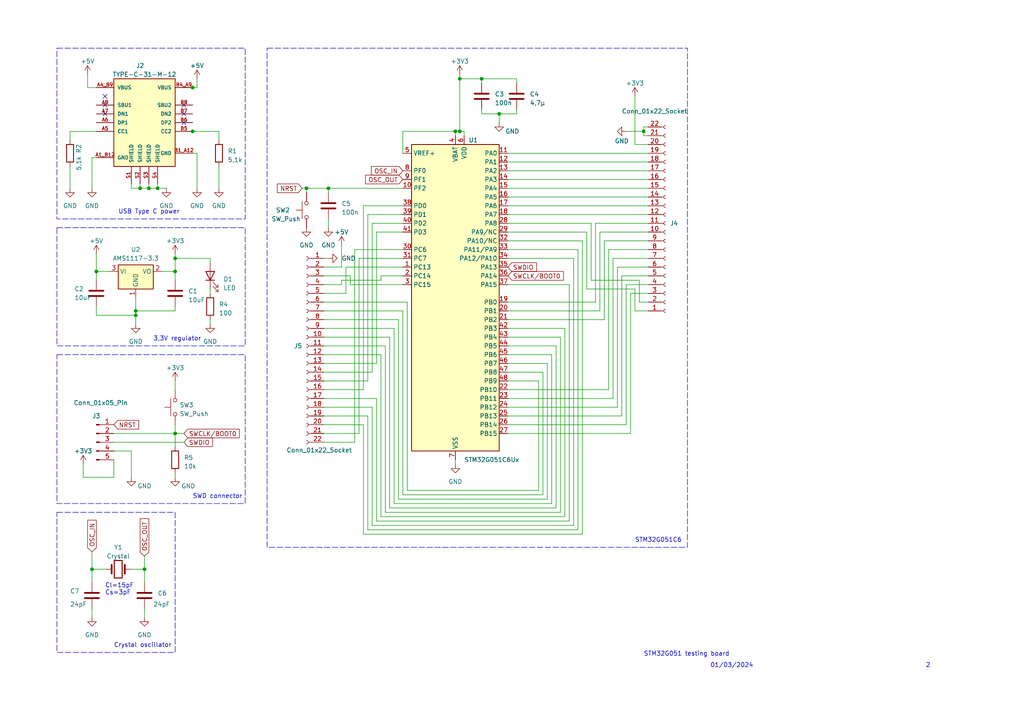
<source format=kicad_sch>
(kicad_sch (version 20231120) (generator "eeschema") (generator_version "8.0")
  (paper "A4")
  (lib_symbols
    (symbol "Connector:Conn_01x05_Pin" (pin_names (offset 1.016) hide)
      (property "Reference" "J" (at 0 7.62 0))
      (property "Value" "Conn_01x05_Pin" (at 0 -7.62 0))
      (symbol "Conn_01x05_Pin_1_1"
        (polyline (pts (xy 1.27 -5.08) (xy 0.8636 -5.08)) (stroke (width 0.1524)))
        (polyline (pts (xy 1.27 -2.54) (xy 0.8636 -2.54)) (stroke (width 0.1524)))
        (polyline (pts (xy 1.27 0) (xy 0.8636 0)) (stroke (width 0.1524)))
        (polyline (pts (xy 1.27 2.54) (xy 0.8636 2.54)) (stroke (width 0.1524)))
        (polyline (pts (xy 1.27 5.08) (xy 0.8636 5.08)) (stroke (width 0.1524)))
        (rectangle (start 0.8636 -4.953) (end 0 -5.207) (stroke (width 0.1524)) (fill (type outline)))
        (rectangle (start 0.8636 -2.413) (end 0 -2.667) (stroke (width 0.1524)) (fill (type outline)))
        (rectangle (start 0.8636 0.127) (end 0 -0.127) (stroke (width 0.1524)) (fill (type outline)))
        (rectangle (start 0.8636 2.667) (end 0 2.413) (stroke (width 0.1524)) (fill (type outline)))
        (rectangle (start 0.8636 5.207) (end 0 4.953) (stroke (width 0.1524)) (fill (type outline)))
        (pin passive line (at 5.08 5.08 180) (length 3.81) (name "Pin_1") (number "1"))
        (pin passive line (at 5.08 2.54 180) (length 3.81) (name "Pin_2") (number "2"))
        (pin passive line (at 5.08 0 180) (length 3.81) (name "Pin_3") (number "3"))
        (pin passive line (at 5.08 -2.54 180) (length 3.81) (name "Pin_4") (number "4"))
        (pin passive line (at 5.08 -5.08 180) (length 3.81) (name "Pin_5") (number "5"))
      )
    )
    (symbol "Connector:Conn_01x22_Socket" (pin_names (offset 1.016) hide)
      (property "Reference" "J" (at 0 27.94 0))
      (property "Value" "Conn_01x22_Socket" (at 0 -30.48 0))
      (symbol "Conn_01x22_Socket_1_1"
        (arc (start 0 -27.432) (mid -0.5058 -27.94) (end 0 -28.448) (stroke (width 0.1524)))
        (arc (start 0 -24.892) (mid -0.5058 -25.4) (end 0 -25.908) (stroke (width 0.1524)))
        (arc (start 0 -22.352) (mid -0.5058 -22.86) (end 0 -23.368) (stroke (width 0.1524)))
        (arc (start 0 -19.812) (mid -0.5058 -20.32) (end 0 -20.828) (stroke (width 0.1524)))
        (arc (start 0 -17.272) (mid -0.5058 -17.78) (end 0 -18.288) (stroke (width 0.1524)))
        (arc (start 0 -14.732) (mid -0.5058 -15.24) (end 0 -15.748) (stroke (width 0.1524)))
        (arc (start 0 -12.192) (mid -0.5058 -12.7) (end 0 -13.208) (stroke (width 0.1524)))
        (arc (start 0 -9.652) (mid -0.5058 -10.16) (end 0 -10.668) (stroke (width 0.1524)))
        (arc (start 0 -7.112) (mid -0.5058 -7.62) (end 0 -8.128) (stroke (width 0.1524)))
        (arc (start 0 -4.572) (mid -0.5058 -5.08) (end 0 -5.588) (stroke (width 0.1524)))
        (arc (start 0 -2.032) (mid -0.5058 -2.54) (end 0 -3.048) (stroke (width 0.1524)))
        (polyline (pts (xy -1.27 -27.94) (xy -0.508 -27.94)) (stroke (width 0.1524)))
        (polyline (pts (xy -1.27 -25.4) (xy -0.508 -25.4)) (stroke (width 0.1524)))
        (polyline (pts (xy -1.27 -22.86) (xy -0.508 -22.86)) (stroke (width 0.1524)))
        (polyline (pts (xy -1.27 -20.32) (xy -0.508 -20.32)) (stroke (width 0.1524)))
        (polyline (pts (xy -1.27 -17.78) (xy -0.508 -17.78)) (stroke (width 0.1524)))
        (polyline (pts (xy -1.27 -15.24) (xy -0.508 -15.24)) (stroke (width 0.1524)))
        (polyline (pts (xy -1.27 -12.7) (xy -0.508 -12.7)) (stroke (width 0.1524)))
        (polyline (pts (xy -1.27 -10.16) (xy -0.508 -10.16)) (stroke (width 0.1524)))
        (polyline (pts (xy -1.27 -7.62) (xy -0.508 -7.62)) (stroke (width 0.1524)))
        (polyline (pts (xy -1.27 -5.08) (xy -0.508 -5.08)) (stroke (width 0.1524)))
        (polyline (pts (xy -1.27 -2.54) (xy -0.508 -2.54)) (stroke (width 0.1524)))
        (polyline (pts (xy -1.27 0) (xy -0.508 0)) (stroke (width 0.1524)))
        (polyline (pts (xy -1.27 2.54) (xy -0.508 2.54)) (stroke (width 0.1524)))
        (polyline (pts (xy -1.27 5.08) (xy -0.508 5.08)) (stroke (width 0.1524)))
        (polyline (pts (xy -1.27 7.62) (xy -0.508 7.62)) (stroke (width 0.1524)))
        (polyline (pts (xy -1.27 10.16) (xy -0.508 10.16)) (stroke (width 0.1524)))
        (polyline (pts (xy -1.27 12.7) (xy -0.508 12.7)) (stroke (width 0.1524)))
        (polyline (pts (xy -1.27 15.24) (xy -0.508 15.24)) (stroke (width 0.1524)))
        (polyline (pts (xy -1.27 17.78) (xy -0.508 17.78)) (stroke (width 0.1524)))
        (polyline (pts (xy -1.27 20.32) (xy -0.508 20.32)) (stroke (width 0.1524)))
        (polyline (pts (xy -1.27 22.86) (xy -0.508 22.86)) (stroke (width 0.1524)))
        (polyline (pts (xy -1.27 25.4) (xy -0.508 25.4)) (stroke (width 0.1524)))
        (arc (start 0 0.508) (mid -0.5058 0) (end 0 -0.508) (stroke (width 0.1524)))
        (arc (start 0 3.048) (mid -0.5058 2.54) (end 0 2.032) (stroke (width 0.1524)))
        (arc (start 0 5.588) (mid -0.5058 5.08) (end 0 4.572) (stroke (width 0.1524)))
        (arc (start 0 8.128) (mid -0.5058 7.62) (end 0 7.112) (stroke (width 0.1524)))
        (arc (start 0 10.668) (mid -0.5058 10.16) (end 0 9.652) (stroke (width 0.1524)))
        (arc (start 0 13.208) (mid -0.5058 12.7) (end 0 12.192) (stroke (width 0.1524)))
        (arc (start 0 15.748) (mid -0.5058 15.24) (end 0 14.732) (stroke (width 0.1524)))
        (arc (start 0 18.288) (mid -0.5058 17.78) (end 0 17.272) (stroke (width 0.1524)))
        (arc (start 0 20.828) (mid -0.5058 20.32) (end 0 19.812) (stroke (width 0.1524)))
        (arc (start 0 23.368) (mid -0.5058 22.86) (end 0 22.352) (stroke (width 0.1524)))
        (arc (start 0 25.908) (mid -0.5058 25.4) (end 0 24.892) (stroke (width 0.1524)))
        (pin passive line (at -5.08 25.4 0) (length 3.81) (name "Pin_1") (number "1"))
        (pin passive line (at -5.08 2.54 0) (length 3.81) (name "Pin_10") (number "10"))
        (pin passive line (at -5.08 0 0) (length 3.81) (name "Pin_11") (number "11"))
        (pin passive line (at -5.08 -2.54 0) (length 3.81) (name "Pin_12") (number "12"))
        (pin passive line (at -5.08 -5.08 0) (length 3.81) (name "Pin_13") (number "13"))
        (pin passive line (at -5.08 -7.62 0) (length 3.81) (name "Pin_14") (number "14"))
        (pin passive line (at -5.08 -10.16 0) (length 3.81) (name "Pin_15") (number "15"))
        (pin passive line (at -5.08 -12.7 0) (length 3.81) (name "Pin_16") (number "16"))
        (pin passive line (at -5.08 -15.24 0) (length 3.81) (name "Pin_17") (number "17"))
        (pin passive line (at -5.08 -17.78 0) (length 3.81) (name "Pin_18") (number "18"))
        (pin passive line (at -5.08 -20.32 0) (length 3.81) (name "Pin_19") (number "19"))
        (pin passive line (at -5.08 22.86 0) (length 3.81) (name "Pin_2") (number "2"))
        (pin passive line (at -5.08 -22.86 0) (length 3.81) (name "Pin_20") (number "20"))
        (pin passive line (at -5.08 -25.4 0) (length 3.81) (name "Pin_21") (number "21"))
        (pin passive line (at -5.08 -27.94 0) (length 3.81) (name "Pin_22") (number "22"))
        (pin passive line (at -5.08 20.32 0) (length 3.81) (name "Pin_3") (number "3"))
        (pin passive line (at -5.08 17.78 0) (length 3.81) (name "Pin_4") (number "4"))
        (pin passive line (at -5.08 15.24 0) (length 3.81) (name "Pin_5") (number "5"))
        (pin passive line (at -5.08 12.7 0) (length 3.81) (name "Pin_6") (number "6"))
        (pin passive line (at -5.08 10.16 0) (length 3.81) (name "Pin_7") (number "7"))
        (pin passive line (at -5.08 7.62 0) (length 3.81) (name "Pin_8") (number "8"))
        (pin passive line (at -5.08 5.08 0) (length 3.81) (name "Pin_9") (number "9"))
      )
    )
    (symbol "Device:C" (pin_numbers hide) (pin_names (offset 0.254))
      (property "Reference" "C" (at 0.635 2.54 0))
      (property "Value" "C" (at 0.635 -2.54 0))
      (symbol "C_0_1"
        (polyline (pts (xy -2.032 -0.762) (xy 2.032 -0.762)) (stroke (width 0.508)))
        (polyline (pts (xy -2.032 0.762) (xy 2.032 0.762)) (stroke (width 0.508)))
      )
      (symbol "C_1_1"
        (pin passive line (at 0 3.81 270) (length 2.794) (name "~") (number "1"))
        (pin passive line (at 0 -3.81 90) (length 2.794) (name "~") (number "2"))
      )
    )
    (symbol "Device:Crystal" (pin_numbers hide) (pin_names (offset 1.016) hide)
      (property "Reference" "Y" (at 0 3.81 0))
      (property "Value" "Crystal" (at 0 -3.81 0))
      (symbol "Crystal_0_1"
        (rectangle (start -1.143 2.54) (end 1.143 -2.54) (stroke (width 0.3048)))
        (polyline (pts (xy -2.54 0) (xy -1.905 0)))
        (polyline (pts (xy -1.905 -1.27) (xy -1.905 1.27)) (stroke (width 0.508)))
        (polyline (pts (xy 1.905 -1.27) (xy 1.905 1.27)) (stroke (width 0.508)))
        (polyline (pts (xy 2.54 0) (xy 1.905 0)))
      )
      (symbol "Crystal_1_1"
        (pin passive line (at -3.81 0 0) (length 1.27) (name "1") (number "1"))
        (pin passive line (at 3.81 0 180) (length 1.27) (name "3") (number "3"))
      )
    )
    (symbol "Device:LED" (pin_numbers hide) (pin_names (offset 1.016) hide)
      (property "Reference" "D" (at 0 2.54 0))
      (property "Value" "LED" (at 0 -2.54 0))
      (symbol "LED_0_1"
        (polyline (pts (xy -1.27 -1.27) (xy -1.27 1.27)) (stroke (width 0.254)))
        (polyline (pts (xy -1.27 0) (xy 1.27 0)))
        (polyline (pts (xy 1.27 -1.27) (xy 1.27 1.27) (xy -1.27 0) (xy 1.27 -1.27)) (stroke (width 0.254)))
        (polyline (pts (xy -3.048 -0.762) (xy -4.572 -2.286) (xy -3.81 -2.286) (xy -4.572 -2.286) (xy -4.572 -1.524)))
        (polyline (pts (xy -1.778 -0.762) (xy -3.302 -2.286) (xy -2.54 -2.286) (xy -3.302 -2.286) (xy -3.302 -1.524)))
      )
      (symbol "LED_1_1"
        (pin passive line (at -3.81 0 0) (length 2.54) (name "K") (number "1"))
        (pin passive line (at 3.81 0 180) (length 2.54) (name "A") (number "2"))
      )
    )
    (symbol "Device:R" (pin_numbers hide) (pin_names (offset 0))
      (property "Reference" "R" (at 2.032 0 90))
      (property "Value" "R" (at 0 0 90))
      (symbol "R_0_1"
        (rectangle (start -1.016 -2.54) (end 1.016 2.54) (stroke (width 0.254)))
      )
      (symbol "R_1_1"
        (pin passive line (at 0 3.81 270) (length 1.27) (name "~") (number "1"))
        (pin passive line (at 0 -3.81 90) (length 1.27) (name "~") (number "2"))
      )
    )
    (symbol "MCU_ST_STM32G0:STM32G051C6Ux"
      (property "Reference" "U" (at -12.7 46.99 0))
      (property "Value" "STM32G051C6Ux" (at 5.08 46.99 0))
      (symbol "STM32G051C6Ux_0_1"
        (rectangle (start -12.7 -43.18) (end 12.7 45.72) (stroke (width 0.254)) (fill (type background)))
      )
      (symbol "STM32G051C6Ux_1_1"
        (pin bidirectional line (at -15.24 10.16 0) (length 2.54) (name "PC13") (number "1"))
        (pin bidirectional line (at -15.24 33.02 0) (length 2.54) (name "PF2") (number "10"))
        (pin bidirectional line (at 15.24 43.18 180) (length 2.54) (name "PA0") (number "11"))
        (pin bidirectional line (at 15.24 40.64 180) (length 2.54) (name "PA1") (number "12"))
        (pin bidirectional line (at 15.24 38.1 180) (length 2.54) (name "PA2") (number "13"))
        (pin bidirectional line (at 15.24 35.56 180) (length 2.54) (name "PA3") (number "14"))
        (pin bidirectional line (at 15.24 33.02 180) (length 2.54) (name "PA4") (number "15"))
        (pin bidirectional line (at 15.24 30.48 180) (length 2.54) (name "PA5") (number "16"))
        (pin bidirectional line (at 15.24 27.94 180) (length 2.54) (name "PA6") (number "17"))
        (pin bidirectional line (at 15.24 25.4 180) (length 2.54) (name "PA7") (number "18"))
        (pin bidirectional line (at 15.24 0 180) (length 2.54) (name "PB0") (number "19"))
        (pin bidirectional line (at -15.24 7.62 0) (length 2.54) (name "PC14") (number "2"))
        (pin bidirectional line (at 15.24 -2.54 180) (length 2.54) (name "PB1") (number "20"))
        (pin bidirectional line (at 15.24 -5.08 180) (length 2.54) (name "PB2") (number "21"))
        (pin bidirectional line (at 15.24 -25.4 180) (length 2.54) (name "PB10") (number "22"))
        (pin bidirectional line (at 15.24 -27.94 180) (length 2.54) (name "PB11") (number "23"))
        (pin bidirectional line (at 15.24 -30.48 180) (length 2.54) (name "PB12") (number "24"))
        (pin bidirectional line (at 15.24 -33.02 180) (length 2.54) (name "PB13") (number "25"))
        (pin bidirectional line (at 15.24 -35.56 180) (length 2.54) (name "PB14") (number "26"))
        (pin bidirectional line (at 15.24 -38.1 180) (length 2.54) (name "PB15") (number "27"))
        (pin bidirectional line (at 15.24 22.86 180) (length 2.54) (name "PA8") (number "28"))
        (pin bidirectional line (at 15.24 20.32 180) (length 2.54) (name "PA9/NC") (number "29"))
        (pin bidirectional line (at -15.24 5.08 0) (length 2.54) (name "PC15") (number "3"))
        (pin bidirectional line (at -15.24 15.24 0) (length 2.54) (name "PC6") (number "30"))
        (pin bidirectional line (at -15.24 12.7 0) (length 2.54) (name "PC7") (number "31"))
        (pin bidirectional line (at 15.24 17.78 180) (length 2.54) (name "PA10/NC") (number "32"))
        (pin bidirectional line (at 15.24 15.24 180) (length 2.54) (name "PA11/PA9") (number "33"))
        (pin bidirectional line (at 15.24 12.7 180) (length 2.54) (name "PA12/PA10") (number "34"))
        (pin bidirectional line (at 15.24 10.16 180) (length 2.54) (name "PA13") (number "35"))
        (pin bidirectional line (at 15.24 7.62 180) (length 2.54) (name "PA14") (number "36"))
        (pin bidirectional line (at 15.24 5.08 180) (length 2.54) (name "PA15") (number "37"))
        (pin bidirectional line (at -15.24 27.94 0) (length 2.54) (name "PD0") (number "38"))
        (pin bidirectional line (at -15.24 25.4 0) (length 2.54) (name "PD1") (number "39"))
        (pin power_in line (at 0 48.26 270) (length 2.54) (name "VBAT") (number "4"))
        (pin bidirectional line (at -15.24 22.86 0) (length 2.54) (name "PD2") (number "40"))
        (pin bidirectional line (at -15.24 20.32 0) (length 2.54) (name "PD3") (number "41"))
        (pin bidirectional line (at 15.24 -7.62 180) (length 2.54) (name "PB3") (number "42"))
        (pin bidirectional line (at 15.24 -10.16 180) (length 2.54) (name "PB4") (number "43"))
        (pin bidirectional line (at 15.24 -12.7 180) (length 2.54) (name "PB5") (number "44"))
        (pin bidirectional line (at 15.24 -15.24 180) (length 2.54) (name "PB6") (number "45"))
        (pin bidirectional line (at 15.24 -17.78 180) (length 2.54) (name "PB7") (number "46"))
        (pin bidirectional line (at 15.24 -20.32 180) (length 2.54) (name "PB8") (number "47"))
        (pin bidirectional line (at 15.24 -22.86 180) (length 2.54) (name "PB9") (number "48"))
        (pin passive line (at 0 -45.72 90) (length 2.54) hide (name "VSS") (number "49"))
        (pin input line (at -15.24 43.18 0) (length 2.54) (name "VREF+") (number "5"))
        (pin power_in line (at 2.54 48.26 270) (length 2.54) (name "VDD") (number "6"))
        (pin power_in line (at 0 -45.72 90) (length 2.54) (name "VSS") (number "7"))
        (pin bidirectional line (at -15.24 38.1 0) (length 2.54) (name "PF0") (number "8"))
        (pin bidirectional line (at -15.24 35.56 0) (length 2.54) (name "PF1") (number "9"))
      )
    )
    (symbol "Regulator_Linear:AMS1117-3.3"
      (property "Reference" "U" (at -3.81 3.175 0))
      (property "Value" "AMS1117-3.3" (at 0 3.175 0))
      (symbol "AMS1117-3.3_0_1"
        (rectangle (start -5.08 -5.08) (end 5.08 1.905) (stroke (width 0.254)) (fill (type background)))
      )
      (symbol "AMS1117-3.3_1_1"
        (pin power_in line (at 0 -7.62 90) (length 2.54) (name "GND") (number "1"))
        (pin power_out line (at 7.62 0 180) (length 2.54) (name "VO") (number "2"))
        (pin power_in line (at -7.62 0 0) (length 2.54) (name "VI") (number "3"))
      )
    )
    (symbol "Switch:SW_Push" (pin_numbers hide) (pin_names (offset 1.016) hide)
      (property "Reference" "SW" (at 1.27 2.54 0))
      (property "Value" "SW_Push" (at 0 -1.524 0))
      (symbol "SW_Push_0_1"
        (circle (center -2.032 0) (radius 0.508))
        (polyline (pts (xy 0 1.27) (xy 0 3.048)))
        (polyline (pts (xy 2.54 1.27) (xy -2.54 1.27)))
        (circle (center 2.032 0) (radius 0.508))
        (pin passive line (at -5.08 0 0) (length 2.54) (name "1") (number "1"))
        (pin passive line (at 5.08 0 180) (length 2.54) (name "2") (number "2"))
      )
    )
    (symbol "TYPE-C-31-M-12:TYPE-C-31-M-12" (pin_names (offset 1.016))
      (property "Reference" "J" (at 6.35 12.7 0))
      (property "Value" "TYPE-C-31-M-12" (at 8.89 15.24 0))
      (symbol "TYPE-C-31-M-12_0_0"
        (rectangle (start -2.54 12.7) (end 15.24 -12.7) (stroke (width 0.254)) (fill (type background)))
        (pin power_in line (at -7.62 -10.16 0) (length 5.08) (name "GND") (number "A1_B12"))
        (pin power_in line (at -7.62 10.16 0) (length 5.08) (name "VBUS") (number "A4_B9"))
        (pin bidirectional line (at -7.62 -2.54 0) (length 5.08) (name "CC1") (number "A5"))
        (pin bidirectional line (at -7.62 0 0) (length 5.08) (name "DP1") (number "A6"))
        (pin bidirectional line (at -7.62 2.54 0) (length 5.08) (name "DN1") (number "A7"))
        (pin bidirectional line (at -7.62 5.08 0) (length 5.08) (name "SBU1") (number "A8"))
        (pin power_in line (at 20.32 -8.89 180) (length 5.08) (name "GND") (number "B1_A12"))
        (pin power_in line (at 20.32 10.16 180) (length 5.08) (name "VBUS") (number "B4_A9"))
        (pin bidirectional line (at 20.32 -2.54 180) (length 5.08) (name "CC2") (number "B5"))
        (pin bidirectional line (at 20.32 0 180) (length 5.08) (name "DP2") (number "B6"))
        (pin bidirectional line (at 20.32 2.54 180) (length 5.08) (name "DN2") (number "B7"))
        (pin bidirectional line (at 20.32 5.08 180) (length 5.08) (name "SBU2") (number "B8"))
        (pin passive line (at 2.54 -17.78 90) (length 5.08) (name "SHIELD") (number "S1"))
        (pin passive line (at 5.08 -17.78 90) (length 5.08) (name "SHIELD") (number "S2"))
        (pin passive line (at 7.62 -17.78 90) (length 5.08) (name "SHIELD") (number "S3"))
        (pin passive line (at 10.16 -17.78 90) (length 5.08) (name "SHIELD") (number "S4"))
      )
    )
    (symbol "power:+3V3" (power) (pin_names (offset 0))
      (property "Value" "+3V3" (at 0 3.556 0))
      (symbol "+3V3_0_1"
        (polyline (pts (xy -0.762 1.27) (xy 0 2.54)))
        (polyline (pts (xy 0 0) (xy 0 2.54)))
        (polyline (pts (xy 0 2.54) (xy 0.762 1.27)))
      )
      (symbol "+3V3_1_1"
        (pin power_in line (at 0 0 90) (length 0) hide (name "+3V3") (number "1"))
      )
    )
    (symbol "power:+5V" (power) (pin_names (offset 0))
      (property "Value" "+5V" (at 0 3.556 0))
      (symbol "+5V_0_1"
        (polyline (pts (xy -0.762 1.27) (xy 0 2.54)))
        (polyline (pts (xy 0 0) (xy 0 2.54)))
        (polyline (pts (xy 0 2.54) (xy 0.762 1.27)))
      )
      (symbol "+5V_1_1"
        (pin power_in line (at 0 0 90) (length 0) hide (name "+5V") (number "1"))
      )
    )
    (symbol "power:GND" (power) (pin_names (offset 0))
      (property "Value" "GND" (at 0 -3.81 0))
      (symbol "GND_0_1"
        (polyline (pts (xy 0 0) (xy 0 -1.27) (xy 1.27 -1.27) (xy 0 -2.54) (xy -1.27 -1.27) (xy 0 -1.27)))
      )
      (symbol "GND_1_1"
        (pin power_in line (at 0 0 270) (length 0) hide (name "GND") (number "1"))
      )
    )
  )
  (junction (at 133.35 38.1))
  (junction (at 39.37 90.17))
  (junction (at 132.08 38.1))
  (junction (at 144.78 33.02))
  (junction (at 50.8 78.74))
  (junction (at 26.67 165.1))
  (junction (at 39.37 91.44))
  (junction (at 186.69 38.1))
  (junction (at 41.91 165.1))
  (junction (at 88.9 54.61))
  (junction (at 45.72 54.61))
  (junction (at 133.35 22.86))
  (junction (at 50.8 74.93))
  (junction (at 55.88 25.4))
  (junction (at 43.18 54.61))
  (junction (at 95.25 54.61))
  (junction (at 55.88 38.1))
  (junction (at 139.7 22.86))
  (junction (at 27.94 78.74))
  (junction (at 40.64 54.61))
  (junction (at 50.8 125.73))
  (no_connect (at 30.48 33.02))
  (no_connect (at 30.48 27.94))
  (no_connect (at 30.48 30.48))
  (no_connect (at 53.34 30.48))
  (no_connect (at 53.34 35.56))
  (no_connect (at 53.34 33.02))
  (wire (pts (xy 106.68 110.49) (xy 93.98 110.49)))
  (wire (pts (xy 147.32 82.55) (xy 165.1 82.55)))
  (wire (pts (xy 27.94 91.44) (xy 27.94 88.9)))
  (wire (pts (xy 184.15 90.17) (xy 187.96 90.17)))
  (wire (pts (xy 147.32 62.23) (xy 187.96 62.23)))
  (wire (pts (xy 55.88 44.45) (xy 57.15 44.45)))
  (wire (pts (xy 171.45 81.28) (xy 185.42 81.28)))
  (wire (pts (xy 175.26 69.85) (xy 175.26 92.71)))
  (wire (pts (xy 26.67 176.53) (xy 26.67 179.07)))
  (wire (pts (xy 184.15 41.91) (xy 187.96 41.91)))
  (wire (pts (xy 99.06 81.28) (xy 110.49 81.28)))
  (wire (pts (xy 116.84 77.47) (xy 100.33 77.47)))
  (wire (pts (xy 116.84 90.17) (xy 93.98 90.17)))
  (wire (pts (xy 185.42 81.28) (xy 185.42 87.63)))
  (wire (pts (xy 181.61 82.55) (xy 187.96 82.55)))
  (wire (pts (xy 133.35 38.1) (xy 134.62 38.1)))
  (wire (pts (xy 116.84 67.31) (xy 109.22 67.31)))
  (wire (pts (xy 179.07 77.47) (xy 179.07 118.11)))
  (wire (pts (xy 63.5 40.64) (xy 63.5 38.1)))
  (wire (pts (xy 149.86 22.86) (xy 149.86 24.13)))
  (wire (pts (xy 147.32 125.73) (xy 182.88 125.73)))
  (wire (pts (xy 172.72 64.77) (xy 172.72 87.63)))
  (wire (pts (xy 116.84 62.23) (xy 106.68 62.23)))
  (wire (pts (xy 184.15 27.94) (xy 184.15 41.91)))
  (wire (pts (xy 38.1 130.81) (xy 38.1 138.43)))
  (wire (pts (xy 111.76 100.33) (xy 93.98 100.33)))
  (wire (pts (xy 113.03 147.32) (xy 161.29 147.32)))
  (wire (pts (xy 160.02 102.87) (xy 160.02 146.05)))
  (wire (pts (xy 57.15 25.4) (xy 57.15 22.86)))
  (wire (pts (xy 104.14 125.73) (xy 93.98 125.73)))
  (wire (pts (xy 156.21 110.49) (xy 156.21 142.24)))
  (wire (pts (xy 147.32 69.85) (xy 168.91 69.85)))
  (wire (pts (xy 33.02 138.43) (xy 33.02 133.35)))
  (wire (pts (xy 184.15 83.82) (xy 184.15 90.17)))
  (wire (pts (xy 173.99 67.31) (xy 187.96 67.31)))
  (wire (pts (xy 147.32 118.11) (xy 179.07 118.11)))
  (wire (pts (xy 147.32 123.19) (xy 181.61 123.19)))
  (wire (pts (xy 116.84 38.1) (xy 132.08 38.1)))
  (wire (pts (xy 50.8 125.73) (xy 50.8 129.54)))
  (wire (pts (xy 118.11 87.63) (xy 93.98 87.63)))
  (wire (pts (xy 110.49 80.01) (xy 116.84 80.01)))
  (wire (pts (xy 106.68 120.65) (xy 93.98 120.65)))
  (wire (pts (xy 104.14 74.93) (xy 104.14 125.73)))
  (wire (pts (xy 134.62 38.1) (xy 134.62 39.37)))
  (wire (pts (xy 100.33 77.47) (xy 100.33 85.09)))
  (wire (pts (xy 63.5 38.1) (xy 55.88 38.1)))
  (wire (pts (xy 139.7 33.02) (xy 144.78 33.02)))
  (wire (pts (xy 173.99 67.31) (xy 173.99 90.17)))
  (wire (pts (xy 118.11 142.24) (xy 118.11 87.63)))
  (wire (pts (xy 20.32 48.26) (xy 20.32 54.61)))
  (wire (pts (xy 139.7 31.75) (xy 139.7 33.02)))
  (wire (pts (xy 115.57 144.78) (xy 158.75 144.78)))
  (wire (pts (xy 43.18 54.61) (xy 45.72 54.61)))
  (wire (pts (xy 185.42 87.63) (xy 187.96 87.63)))
  (wire (pts (xy 176.53 72.39) (xy 176.53 113.03)))
  (wire (pts (xy 41.91 176.53) (xy 41.91 179.07)))
  (wire (pts (xy 105.41 123.19) (xy 93.98 123.19)))
  (wire (pts (xy 60.96 76.2) (xy 60.96 74.93)))
  (wire (pts (xy 109.22 115.57) (xy 93.98 115.57)))
  (wire (pts (xy 107.95 152.4) (xy 107.95 118.11)))
  (wire (pts (xy 99.06 82.55) (xy 93.98 82.55)))
  (wire (pts (xy 26.67 165.1) (xy 30.48 165.1)))
  (wire (pts (xy 27.94 38.1) (xy 20.32 38.1)))
  (wire (pts (xy 50.8 78.74) (xy 46.99 78.74)))
  (wire (pts (xy 24.13 138.43) (xy 33.02 138.43)))
  (wire (pts (xy 109.22 105.41) (xy 93.98 105.41)))
  (wire (pts (xy 147.32 115.57) (xy 177.8 115.57)))
  (wire (pts (xy 161.29 147.32) (xy 161.29 100.33)))
  (wire (pts (xy 106.68 62.23) (xy 106.68 110.49)))
  (wire (pts (xy 171.45 64.77) (xy 171.45 81.28)))
  (wire (pts (xy 27.94 78.74) (xy 27.94 81.28)))
  (wire (pts (xy 147.32 64.77) (xy 171.45 64.77)))
  (wire (pts (xy 39.37 91.44) (xy 39.37 93.98)))
  (wire (pts (xy 38.1 165.1) (xy 41.91 165.1)))
  (wire (pts (xy 147.32 120.65) (xy 180.34 120.65)))
  (wire (pts (xy 110.49 81.28) (xy 110.49 80.01)))
  (wire (pts (xy 41.91 165.1) (xy 41.91 161.29)))
  (wire (pts (xy 166.37 74.93) (xy 166.37 152.4)))
  (wire (pts (xy 147.32 46.99) (xy 187.96 46.99)))
  (wire (pts (xy 109.22 67.31) (xy 109.22 105.41)))
  (wire (pts (xy 147.32 59.69) (xy 187.96 59.69)))
  (wire (pts (xy 102.87 128.27) (xy 93.98 128.27)))
  (wire (pts (xy 50.8 137.16) (xy 50.8 138.43)))
  (wire (pts (xy 176.53 72.39) (xy 187.96 72.39)))
  (wire (pts (xy 45.72 54.61) (xy 48.26 54.61)))
  (wire (pts (xy 186.69 36.83) (xy 187.96 36.83)))
  (wire (pts (xy 177.8 74.93) (xy 177.8 115.57)))
  (wire (pts (xy 114.3 95.25) (xy 93.98 95.25)))
  (wire (pts (xy 168.91 154.94) (xy 105.41 154.94)))
  (wire (pts (xy 41.91 165.1) (xy 41.91 168.91)))
  (wire (pts (xy 147.32 52.07) (xy 187.96 52.07)))
  (wire (pts (xy 180.34 80.01) (xy 187.96 80.01)))
  (wire (pts (xy 147.32 87.63) (xy 172.72 87.63)))
  (wire (pts (xy 50.8 90.17) (xy 50.8 88.9)))
  (wire (pts (xy 93.98 97.79) (xy 113.03 97.79)))
  (wire (pts (xy 132.08 133.35) (xy 132.08 134.62)))
  (wire (pts (xy 27.94 25.4) (xy 25.4 25.4)))
  (wire (pts (xy 26.67 165.1) (xy 26.67 168.91)))
  (wire (pts (xy 158.75 105.41) (xy 147.32 105.41)))
  (wire (pts (xy 133.35 22.86) (xy 133.35 38.1)))
  (wire (pts (xy 88.9 54.61) (xy 88.9 55.88)))
  (wire (pts (xy 179.07 77.47) (xy 187.96 77.47)))
  (wire (pts (xy 147.32 57.15) (xy 187.96 57.15)))
  (wire (pts (xy 160.02 146.05) (xy 114.3 146.05)))
  (wire (pts (xy 167.64 72.39) (xy 167.64 153.67)))
  (wire (pts (xy 105.41 113.03) (xy 93.98 113.03)))
  (wire (pts (xy 156.21 142.24) (xy 118.11 142.24)))
  (wire (pts (xy 95.25 54.61) (xy 95.25 55.88)))
  (wire (pts (xy 162.56 148.59) (xy 111.76 148.59)))
  (wire (pts (xy 144.78 33.02) (xy 144.78 35.56)))
  (wire (pts (xy 39.37 86.36) (xy 39.37 90.17)))
  (wire (pts (xy 33.02 130.81) (xy 38.1 130.81)))
  (wire (pts (xy 101.6 80.01) (xy 101.6 82.55)))
  (wire (pts (xy 107.95 118.11) (xy 93.98 118.11)))
  (wire (pts (xy 33.02 125.73) (xy 50.8 125.73)))
  (wire (pts (xy 55.88 25.4) (xy 57.15 25.4)))
  (wire (pts (xy 93.98 102.87) (xy 110.49 102.87)))
  (wire (pts (xy 50.8 110.49) (xy 50.8 113.03)))
  (wire (pts (xy 53.34 25.4) (xy 55.88 25.4)))
  (wire (pts (xy 186.69 38.1) (xy 186.69 36.83)))
  (wire (pts (xy 99.06 81.28) (xy 99.06 82.55)))
  (wire (pts (xy 43.18 53.34) (xy 43.18 54.61)))
  (wire (pts (xy 172.72 64.77) (xy 187.96 64.77)))
  (wire (pts (xy 38.1 53.34) (xy 38.1 54.61)))
  (wire (pts (xy 50.8 78.74) (xy 50.8 81.28)))
  (wire (pts (xy 20.32 38.1) (xy 20.32 40.64)))
  (wire (pts (xy 60.96 83.82) (xy 60.96 85.09)))
  (wire (pts (xy 57.15 44.45) (xy 57.15 54.61)))
  (wire (pts (xy 50.8 74.93) (xy 50.8 78.74)))
  (wire (pts (xy 147.32 110.49) (xy 156.21 110.49)))
  (wire (pts (xy 110.49 149.86) (xy 163.83 149.86)))
  (wire (pts (xy 181.61 82.55) (xy 181.61 123.19)))
  (wire (pts (xy 147.32 102.87) (xy 160.02 102.87)))
  (wire (pts (xy 27.94 78.74) (xy 31.75 78.74)))
  (wire (pts (xy 60.96 92.71) (xy 60.96 93.98)))
  (wire (pts (xy 115.57 92.71) (xy 115.57 144.78)))
  (wire (pts (xy 170.18 83.82) (xy 184.15 83.82)))
  (wire (pts (xy 114.3 146.05) (xy 114.3 95.25)))
  (wire (pts (xy 147.32 90.17) (xy 173.99 90.17)))
  (wire (pts (xy 168.91 69.85) (xy 168.91 154.94)))
  (wire (pts (xy 26.67 54.61) (xy 26.67 45.72)))
  (wire (pts (xy 88.9 54.61) (xy 95.25 54.61)))
  (wire (pts (xy 40.64 54.61) (xy 43.18 54.61)))
  (wire (pts (xy 113.03 97.79) (xy 113.03 147.32)))
  (wire (pts (xy 186.69 39.37) (xy 186.69 38.1)))
  (wire (pts (xy 147.32 107.95) (xy 157.48 107.95)))
  (wire (pts (xy 187.96 39.37) (xy 186.69 39.37)))
  (wire (pts (xy 165.1 151.13) (xy 109.22 151.13)))
  (wire (pts (xy 55.88 38.1) (xy 53.34 38.1)))
  (wire (pts (xy 110.49 102.87) (xy 110.49 149.86)))
  (wire (pts (xy 102.87 72.39) (xy 102.87 128.27)))
  (wire (pts (xy 116.84 72.39) (xy 102.87 72.39)))
  (wire (pts (xy 149.86 31.75) (xy 149.86 33.02)))
  (wire (pts (xy 175.26 69.85) (xy 187.96 69.85)))
  (wire (pts (xy 163.83 149.86) (xy 163.83 95.25)))
  (wire (pts (xy 111.76 148.59) (xy 111.76 100.33)))
  (wire (pts (xy 100.33 85.09) (xy 93.98 85.09)))
  (wire (pts (xy 27.94 73.66) (xy 27.94 78.74)))
  (wire (pts (xy 93.98 74.93) (xy 95.25 74.93)))
  (wire (pts (xy 116.84 44.45) (xy 116.84 38.1)))
  (wire (pts (xy 147.32 49.53) (xy 187.96 49.53)))
  (wire (pts (xy 147.32 54.61) (xy 187.96 54.61)))
  (wire (pts (xy 95.25 63.5) (xy 95.25 66.04)))
  (wire (pts (xy 147.32 97.79) (xy 162.56 97.79)))
  (wire (pts (xy 45.72 53.34) (xy 45.72 54.61)))
  (wire (pts (xy 177.8 74.93) (xy 187.96 74.93)))
  (wire (pts (xy 87.63 54.61) (xy 88.9 54.61)))
  (wire (pts (xy 116.84 143.51) (xy 116.84 90.17)))
  (wire (pts (xy 107.95 107.95) (xy 93.98 107.95)))
  (wire (pts (xy 147.32 72.39) (xy 167.64 72.39)))
  (wire (pts (xy 147.32 44.45) (xy 187.96 44.45)))
  (wire (pts (xy 63.5 48.26) (xy 63.5 54.61)))
  (wire (pts (xy 158.75 144.78) (xy 158.75 105.41)))
  (wire (pts (xy 133.35 22.86) (xy 139.7 22.86)))
  (wire (pts (xy 50.8 74.93) (xy 60.96 74.93)))
  (wire (pts (xy 132.08 38.1) (xy 132.08 39.37)))
  (wire (pts (xy 105.41 59.69) (xy 105.41 113.03)))
  (wire (pts (xy 105.41 154.94) (xy 105.41 123.19)))
  (wire (pts (xy 27.94 91.44) (xy 39.37 91.44)))
  (wire (pts (xy 116.84 59.69) (xy 105.41 59.69)))
  (wire (pts (xy 147.32 113.03) (xy 176.53 113.03)))
  (wire (pts (xy 93.98 77.47) (xy 99.06 77.47)))
  (wire (pts (xy 50.8 123.19) (xy 50.8 125.73)))
  (wire (pts (xy 109.22 151.13) (xy 109.22 115.57)))
  (wire (pts (xy 147.32 92.71) (xy 175.26 92.71)))
  (wire (pts (xy 157.48 107.95) (xy 157.48 143.51)))
  (wire (pts (xy 26.67 45.72) (xy 27.94 45.72)))
  (wire (pts (xy 161.29 100.33) (xy 147.32 100.33)))
  (wire (pts (xy 40.64 53.34) (xy 40.64 54.61)))
  (wire (pts (xy 116.84 74.93) (xy 104.14 74.93)))
  (wire (pts (xy 53.34 128.27) (xy 33.02 128.27)))
  (wire (pts (xy 167.64 153.67) (xy 106.68 153.67)))
  (wire (pts (xy 144.78 33.02) (xy 149.86 33.02)))
  (wire (pts (xy 147.32 74.93) (xy 166.37 74.93)))
  (wire (pts (xy 39.37 90.17) (xy 50.8 90.17)))
  (wire (pts (xy 50.8 125.73) (xy 53.34 125.73)))
  (wire (pts (xy 170.18 67.31) (xy 170.18 83.82)))
  (wire (pts (xy 25.4 21.59) (xy 25.4 25.4)))
  (wire (pts (xy 180.34 80.01) (xy 180.34 120.65)))
  (wire (pts (xy 116.84 64.77) (xy 107.95 64.77)))
  (wire (pts (xy 50.8 73.66) (xy 50.8 74.93)))
  (wire (pts (xy 139.7 22.86) (xy 149.86 22.86)))
  (wire (pts (xy 93.98 92.71) (xy 115.57 92.71)))
  (wire (pts (xy 26.67 160.02) (xy 26.67 165.1)))
  (wire (pts (xy 133.35 21.59) (xy 133.35 22.86)))
  (wire (pts (xy 93.98 80.01) (xy 101.6 80.01)))
  (wire (pts (xy 24.13 138.43) (xy 24.13 134.62)))
  (wire (pts (xy 182.88 85.09) (xy 182.88 125.73)))
  (wire (pts (xy 38.1 54.61) (xy 40.64 54.61)))
  (wire (pts (xy 101.6 82.55) (xy 116.84 82.55)))
  (wire (pts (xy 39.37 90.17) (xy 39.37 91.44)))
  (wire (pts (xy 157.48 143.51) (xy 116.84 143.51)))
  (wire (pts (xy 106.68 153.67) (xy 106.68 120.65)))
  (wire (pts (xy 95.25 54.61) (xy 116.84 54.61)))
  (wire (pts (xy 147.32 67.31) (xy 170.18 67.31)))
  (wire (pts (xy 99.06 77.47) (xy 99.06 71.12)))
  (wire (pts (xy 163.83 95.25) (xy 147.32 95.25)))
  (wire (pts (xy 139.7 22.86) (xy 139.7 24.13)))
  (wire (pts (xy 166.37 152.4) (xy 107.95 152.4)))
  (wire (pts (xy 165.1 82.55) (xy 165.1 151.13)))
  (wire (pts (xy 182.88 85.09) (xy 187.96 85.09)))
  (wire (pts (xy 181.61 38.1) (xy 186.69 38.1)))
  (wire (pts (xy 107.95 64.77) (xy 107.95 107.95)))
  (wire (pts (xy 132.08 38.1) (xy 133.35 38.1)))
  (wire (pts (xy 162.56 97.79) (xy 162.56 148.59)))
  (rectangle (start 16.51 102.87) (end 71.12 146.05) (stroke (width 0) (type dash)))
  (rectangle (start 16.51 148.59) (end 50.8 189.23) (stroke (width 0) (type dash)))
  (rectangle (start 16.51 66.04) (end 71.12 100.33) (stroke (width 0) (type dash)))
  (rectangle (start 16.51 13.97) (end 71.12 63.5) (stroke (width 0) (type dash)))
  (rectangle (start 77.47 13.97) (end 199.39 158.75) (stroke (width 0) (type dash)))
  (text "STM32G051 testing board\n" (at 186.69 190.5 0) (effects (font (size 1.27 1.27)) (justify left bottom)))
  (text "2\n" (at 268.478 193.802 0) (effects (font (size 1.27 1.27)) (justify left bottom)))
  (text "STM32G051C6\n" (at 184.15 157.48 0) (effects (font (size 1.27 1.27)) (justify left bottom)))
  (text "SWD connector\n" (at 55.88 144.78 0) (effects (font (size 1.27 1.27)) (justify left bottom)))
  (text "USB Type C power\n" (at 34.29 62.23 0) (effects (font (size 1.27 1.27)) (justify left bottom)))
  (text "Crystal oscillator" (at 33.02 187.96 0) (effects (font (size 1.27 1.27)) (justify left bottom)))
  (text "01/03/2024\n" (at 205.994 193.802 0) (effects (font (size 1.27 1.27)) (justify left bottom)))
  (text "Cl=15pF\nCs=3pF\n" (at 30.48 172.72 0) (effects (font (size 1.27 1.27)) (justify left bottom)))
  (text "3,3V regulator\n" (at 44.45 99.06 0) (effects (font (size 1.27 1.27)) (justify left bottom)))
  (global_label "NRST" (shape input) (at 33.02 123.19 0) (property "Intersheetrefs" "${INTERSHEET_REFS}" (effects (hide yes))))
  (global_label "OSC_OUT" (shape input) (at 116.84 52.07 180) (property "Intersheetrefs" "${INTERSHEET_REFS}" (effects (hide yes))))
  (global_label "SWDIO" (shape input) (at 53.34 128.27 0) (property "Intersheetrefs" "${INTERSHEET_REFS}" (effects (hide yes))))
  (global_label "OSC_IN" (shape input) (at 26.67 160.02 90) (property "Intersheetrefs" "${INTERSHEET_REFS}" (effects (hide yes))))
  (global_label "OSC_IN" (shape input) (at 116.84 49.53 180) (property "Intersheetrefs" "${INTERSHEET_REFS}" (effects (hide yes))))
  (global_label "OSC_OUT" (shape input) (at 41.91 161.29 90) (property "Intersheetrefs" "${INTERSHEET_REFS}" (effects (hide yes))))
  (global_label "SWDIO" (shape input) (at 147.32 77.47 0) (property "Intersheetrefs" "${INTERSHEET_REFS}" (effects (hide yes))))
  (global_label "NRST" (shape input) (at 87.63 54.61 180) (property "Intersheetrefs" "${INTERSHEET_REFS}" (effects (hide yes))))
  (global_label "SWCLK{slash}BOOT0" (shape input) (at 53.34 125.73 0) (property "Intersheetrefs" "${INTERSHEET_REFS}" (effects (hide yes))))
  (global_label "SWCLK{slash}BOOT0" (shape input) (at 147.32 80.01 0) (property "Intersheetrefs" "${INTERSHEET_REFS}" (effects (hide yes))))
  (symbol (lib_id "power:+3V3") (at 24.13 134.62 0) (unit 1)
    (property "Reference" "#PWR01" (effects (hide yes)))
    (property "Value" "+3V3" (at 24.13 130.81 0))
  )
  (symbol (lib_id "Device:C") (at 95.25 59.69 0) (unit 1)
    (property "Reference" "C5" (at 99.06 59.055 0) (effects (justify left)))
    (property "Value" "100n" (at 99.06 61.595 0) (effects (justify left)))
    (property "Footprint" "Capacitor_SMD:C_0603_1608Metric" (effects (hide yes)))
  )
  (symbol (lib_id "power:GND") (at 60.96 93.98 0) (unit 1)
    (property "Reference" "#PWR013" (effects (hide yes)))
    (property "Value" "GND" (at 60.96 99.06 0))
  )
  (symbol (lib_id "power:GND") (at 57.15 54.61 0) (unit 1)
    (property "Reference" "#PWR02" (effects (hide yes)))
    (property "Value" "GND" (at 57.15 59.69 0))
  )
  (symbol (lib_id "Device:C") (at 149.86 27.94 0) (unit 1)
    (property "Reference" "C4" (at 153.67 27.305 0) (effects (justify left)))
    (property "Value" "4,7µ" (at 153.67 29.845 0) (effects (justify left)))
    (property "Footprint" "Capacitor_SMD:C_0603_1608Metric" (effects (hide yes)))
  )
  (symbol (lib_id "Connector:Conn_01x22_Socket") (at 88.9 100.33 0) (mirror y) (unit 1)
    (property "Reference" "J5" (at 87.63 100.3299 0) (effects (justify left)))
    (property "Value" "Conn_01x22_Socket" (at 102.108 130.556 0) (effects (justify left)))
    (property "Footprint" "Connector_PinSocket_2.54mm:PinSocket_1x22_P2.54mm_Vertical" (effects (hide yes)))
    (property "Description" "Generic connector, single row, 01x22, script generated" (effects (hide yes)))
  )
  (symbol (lib_id "power:GND") (at 50.8 138.43 0) (unit 1)
    (property "Reference" "#PWR020" (effects (hide yes)))
    (property "Value" "GND" (at 54.61 140.97 0))
  )
  (symbol (lib_id "power:GND") (at 39.37 93.98 0) (unit 1)
    (property "Reference" "#PWR06" (effects (hide yes)))
    (property "Value" "GND" (at 39.37 99.06 0))
  )
  (symbol (lib_id "power:+3V3") (at 133.35 21.59 0) (unit 1)
    (property "Reference" "#PWR09" (effects (hide yes)))
    (property "Value" "+3V3" (at 133.35 17.78 0))
  )
  (symbol (lib_id "power:GND") (at 63.5 54.61 0) (unit 1)
    (property "Reference" "#PWR03" (effects (hide yes)))
    (property "Value" "GND" (at 63.5 59.69 0))
  )
  (symbol (lib_id "power:+3V3") (at 184.15 27.94 0) (unit 1)
    (property "Reference" "#PWR023" (effects (hide yes)))
    (property "Value" "+3V3" (at 184.15 24.13 0))
  )
  (symbol (lib_id "Device:C") (at 139.7 27.94 0) (unit 1)
    (property "Reference" "C3" (at 143.51 27.305 0) (effects (justify left)))
    (property "Value" "100n" (at 143.51 29.845 0) (effects (justify left)))
    (property "Footprint" "Capacitor_SMD:C_0603_1608Metric" (effects (hide yes)))
  )
  (symbol (lib_id "Regulator_Linear:AMS1117-3.3") (at 39.37 78.74 0) (unit 1)
    (property "Reference" "U2" (at 39.37 72.39 0))
    (property "Value" "AMS1117-3.3" (at 39.37 74.93 0))
    (property "Footprint" "Package_TO_SOT_SMD:SOT-223-3_TabPin2" (effects (hide yes)))
    (property "Datasheet" "http://www.advanced-monolithic.com/pdf/ds1117.pdf" (effects (hide yes)))
  )
  (symbol (lib_id "Device:LED") (at 60.96 80.01 90) (unit 1)
    (property "Reference" "D1" (at 64.77 80.9625 90) (effects (justify right)))
    (property "Value" "LED" (at 64.77 83.5025 90) (effects (justify right)))
    (property "Footprint" "LED_SMD:LED_0603_1608Metric" (effects (hide yes)))
  )
  (symbol (lib_id "Connector:Conn_01x22_Socket") (at 193.04 64.77 0) (mirror x) (unit 1)
    (property "Reference" "J4" (at 194.31 64.7701 0) (effects (justify left)))
    (property "Value" "Conn_01x22_Socket" (at 180.34 32.258 0) (effects (justify left)))
    (property "Footprint" "Connector_PinSocket_2.54mm:PinSocket_1x22_P2.54mm_Vertical" (effects (hide yes)))
    (property "Description" "Generic connector, single row, 01x22, script generated" (effects (hide yes)))
  )
  (symbol (lib_id "power:GND") (at 95.25 66.04 0) (unit 1)
    (property "Reference" "#PWR015" (effects (hide yes)))
    (property "Value" "GND" (at 95.25 71.12 0))
  )
  (symbol (lib_id "power:+5V") (at 99.06 71.12 0) (unit 1)
    (property "Reference" "#PWR025" (effects (hide yes)))
    (property "Value" "+5V" (at 99.06 67.31 0))
  )
  (symbol (lib_id "Switch:SW_Push") (at 50.8 118.11 90) (unit 1)
    (property "Reference" "SW3" (at 52.07 117.475 90) (effects (justify right)))
    (property "Value" "SW_Push" (at 52.07 120.015 90) (effects (justify right)))
    (property "Footprint" "Button:TS1088R02026" (effects (hide yes)))
  )
  (symbol (lib_id "Device:C") (at 26.67 172.72 0) (unit 1)
    (property "Reference" "C7" (at 20.32 171.45 0) (effects (justify left)))
    (property "Value" "24pF" (at 20.32 175.26 0) (effects (justify left)))
    (property "Footprint" "Capacitor_SMD:C_0603_1608Metric" (effects (hide yes)))
  )
  (symbol (lib_id "power:GND") (at 181.61 38.1 270) (unit 1)
    (property "Reference" "#PWR026" (effects (hide yes)))
    (property "Value" "GND" (at 180.34 40.894 90))
  )
  (symbol (lib_id "power:GND") (at 132.08 134.62 0) (unit 1)
    (property "Reference" "#PWR010" (effects (hide yes)))
    (property "Value" "GND" (at 132.08 139.7 0))
  )
  (symbol (lib_id "power:GND") (at 20.32 54.61 0) (unit 1)
    (property "Reference" "#PWR04" (effects (hide yes)))
    (property "Value" "GND" (at 20.32 59.69 0))
  )
  (symbol (lib_id "power:GND") (at 26.67 179.07 0) (unit 1)
    (property "Reference" "#PWR017" (effects (hide yes)))
    (property "Value" "GND" (at 26.67 184.15 0))
  )
  (symbol (lib_id "power:+5V") (at 57.15 22.86 0) (unit 1)
    (property "Reference" "#PWR05" (effects (hide yes)))
    (property "Value" "+5V" (at 57.15 19.05 0))
  )
  (symbol (lib_id "Device:C") (at 27.94 85.09 0) (unit 1)
    (property "Reference" "C2" (at 21.59 83.82 0) (effects (justify left)))
    (property "Value" "10uF" (at 21.59 86.36 0) (effects (justify left)))
    (property "Footprint" "Capacitor_SMD:C_0603_1608Metric" (effects (hide yes)))
  )
  (symbol (lib_id "power:+3V3") (at 50.8 73.66 0) (unit 1)
    (property "Reference" "#PWR08" (effects (hide yes)))
    (property "Value" "+3V3" (at 50.8 69.85 0))
  )
  (symbol (lib_id "Switch:SW_Push") (at 88.9 60.96 90) (unit 1)
    (property "Reference" "SW2" (at 80.01 60.96 90) (effects (justify right)))
    (property "Value" "SW_Push" (at 78.74 63.5 90) (effects (justify right)))
    (property "Footprint" "Button:TS1088R02026" (effects (hide yes)))
  )
  (symbol (lib_id "Connector:Conn_01x05_Pin") (at 27.94 128.27 0) (unit 1)
    (property "Reference" "J3" (at 27.94 120.65 0))
    (property "Value" "Conn_01x05_Pin" (at 29.21 116.84 0))
    (property "Footprint" "Connector_PinHeader_2.54mm:PinHeader_1x05_P2.54mm_Vertical" (effects (hide yes)))
  )
  (symbol (lib_id "Device:C") (at 50.8 85.09 0) (unit 1)
    (property "Reference" "C1" (at 54.61 84.455 0) (effects (justify left)))
    (property "Value" "10uF" (at 54.61 86.995 0) (effects (justify left)))
    (property "Footprint" "Capacitor_SMD:C_0603_1608Metric" (effects (hide yes)))
  )
  (symbol (lib_id "power:+5V") (at 27.94 73.66 0) (unit 1)
    (property "Reference" "#PWR07" (effects (hide yes)))
    (property "Value" "+5V" (at 27.94 69.85 0))
  )
  (symbol (lib_id "power:GND") (at 41.91 179.07 0) (unit 1)
    (property "Reference" "#PWR018" (effects (hide yes)))
    (property "Value" "GND" (at 41.91 184.15 0))
  )
  (symbol (lib_id "power:GND") (at 38.1 138.43 0) (unit 1)
    (property "Reference" "#PWR012" (effects (hide yes)))
    (property "Value" "GND" (at 41.91 140.97 0))
  )
  (symbol (lib_id "Device:R") (at 50.8 133.35 0) (unit 1)
    (property "Reference" "R5" (at 53.34 132.715 0) (effects (justify left)))
    (property "Value" "10k" (at 53.34 135.255 0) (effects (justify left)))
    (property "Footprint" "Resistor_SMD:R_0603_1608Metric" (effects (hide yes)))
  )
  (symbol (lib_id "Device:R") (at 60.96 88.9 0) (unit 1)
    (property "Reference" "R4" (at 63.5 88.265 0) (effects (justify left)))
    (property "Value" "100" (at 63.5 90.805 0) (effects (justify left)))
    (property "Footprint" "Resistor_SMD:R_0603_1608Metric" (effects (hide yes)))
  )
  (symbol (lib_id "power:+3V3") (at 50.8 110.49 0) (unit 1)
    (property "Reference" "#PWR019" (effects (hide yes)))
    (property "Value" "+3V3" (at 50.8 106.68 0))
  )
  (symbol (lib_id "power:GND") (at 48.26 54.61 0) (unit 1)
    (property "Reference" "#PWR022" (effects (hide yes)))
    (property "Value" "GND" (at 48.26 59.69 0))
  )
  (symbol (lib_id "Device:Crystal") (at 34.29 165.1 0) (unit 1)
    (property "Reference" "Y1" (at 34.29 158.75 0))
    (property "Value" "Crystal" (at 34.29 161.29 0))
    (property "Footprint" "Crystal:Crystal_SMD_3225-4Pin_3.2x2.5mm" (effects (hide yes)))
  )
  (symbol (lib_id "Device:R") (at 63.5 44.45 0) (unit 1)
    (property "Reference" "R1" (at 66.04 43.815 0) (effects (justify left)))
    (property "Value" "5,1k" (at 66.04 46.355 0) (effects (justify left)))
    (property "Footprint" "Resistor_SMD:R_0805_2012Metric" (effects (hide yes)))
  )
  (symbol (lib_id "power:GND") (at 26.67 54.61 0) (unit 1)
    (property "Reference" "#PWR014" (effects (hide yes)))
    (property "Value" "GND" (at 26.67 59.69 0))
  )
  (symbol (lib_id "power:GND") (at 144.78 35.56 0) (unit 1)
    (property "Reference" "#PWR011" (effects (hide yes)))
    (property "Value" "GND" (at 148.59 38.1 0))
  )
  (symbol (lib_id "TYPE-C-31-M-12:TYPE-C-31-M-12") (at 35.56 35.56 0) (unit 1)
    (property "Reference" "J2" (at 40.64 19.05 0))
    (property "Value" "TYPE-C-31-M-12" (at 41.91 21.59 0))
    (property "Footprint" "Afstandsbediening:HRO_TYPE-C-31-M-12" (effects (hide yes)))
    (property "MANUFACTURER" "HRO Electronics Co., Ltd." (effects (hide yes)))
    (property "MAXIMUM_PACKAGE_HEIGHT" "3.26 mm" (effects (hide yes)))
    (property "PARTREV" "2020.12.08" (effects (hide yes)))
    (property "SNAPEDA_PN" "TYPE-C-31-M-12" (effects (hide yes)))
    (property "STANDARD" "Manufacturer Recommendations" (effects (hide yes)))
  )
  (symbol (lib_id "power:+5V") (at 25.4 21.59 0) (unit 1)
    (property "Reference" "#PWR021" (effects (hide yes)))
    (property "Value" "+5V" (at 25.4 17.78 0))
  )
  (symbol (lib_id "power:GND") (at 88.9 66.04 0) (unit 1)
    (property "Reference" "#PWR016" (effects (hide yes)))
    (property "Value" "GND" (at 88.9 71.12 0))
  )
  (symbol (lib_id "MCU_ST_STM32G0:STM32G051C6Ux") (at 132.08 87.63 0) (unit 1)
    (property "Reference" "U1" (at 135.89 40.64 0) (effects (justify left)))
    (property "Value" "STM32G051C6Ux" (at 134.62 133.35 0) (effects (justify left)))
    (property "Footprint" "Package_DFN_QFN:QFN-48-1EP_7x7mm_P0.5mm_EP5.6x5.6mm" (effects (hide yes)))
    (property "Datasheet" "https://www.st.com/resource/en/datasheet/stm32g051c6.pdf" (effects (hide yes)))
  )
  (symbol (lib_id "Device:R") (at 20.32 44.45 0) (unit 1)
    (property "Reference" "R2" (at 22.86 44.45 90) (effects (justify left)))
    (property "Value" "5,1k" (at 22.86 49.53 90) (effects (justify left)))
    (property "Footprint" "Resistor_SMD:R_0805_2012Metric" (effects (hide yes)))
  )
  (symbol (lib_id "power:GND") (at 95.25 74.93 90) (unit 1)
    (property "Reference" "#PWR024" (effects (hide yes)))
    (property "Value" "GND" (at 99.06 74.9299 90) (effects (justify right)))
  )
  (symbol (lib_id "Device:C") (at 41.91 172.72 0) (unit 1)
    (property "Reference" "C6" (at 45.72 172.085 0) (effects (justify left)))
    (property "Value" "24pF" (at 44.45 175.26 0) (effects (justify left)))
    (property "Footprint" "Capacitor_SMD:C_0603_1608Metric" (effects (hide yes)))
  )
)
</source>
